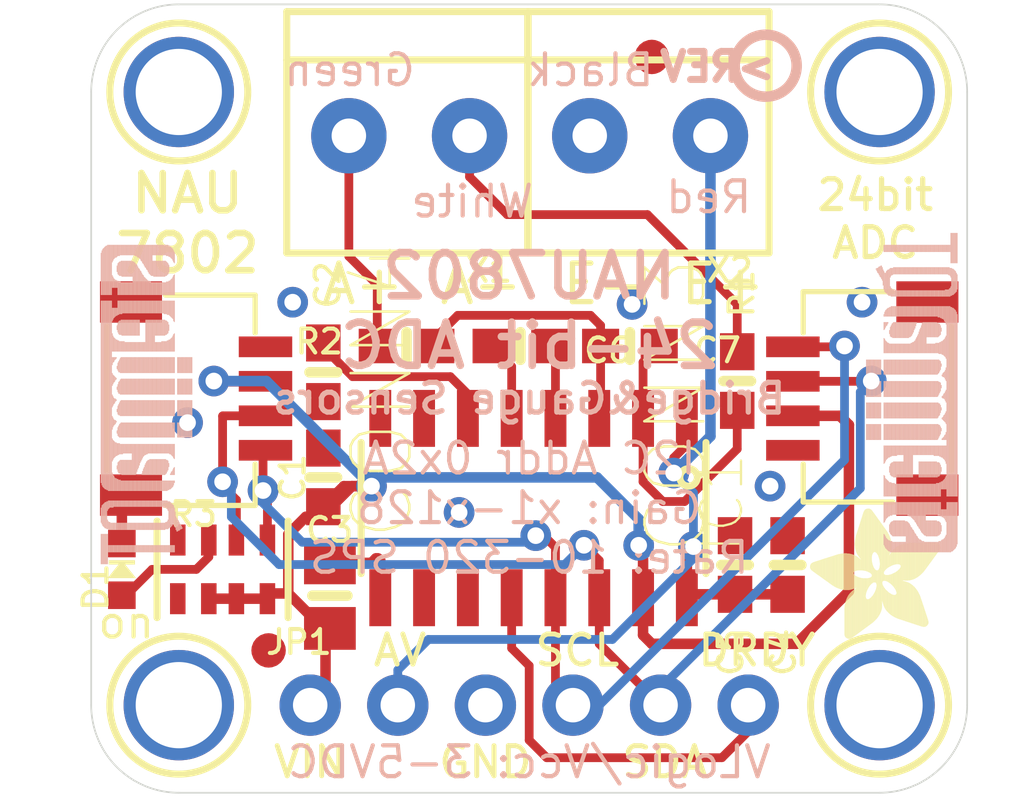
<source format=kicad_pcb>
(kicad_pcb (version 20211014) (generator pcbnew)
  (layers (0 "F.Cu" signal) (31 "B.Cu" signal) (34 "B.Paste" user) (35 "F.Paste" user) (36 "B.SilkS" user "B.Silkscreen") (37 "F.SilkS" user "F.Silkscreen") (38 "B.Mask" user) (39 "F.Mask" user) (44 "Edge.Cuts" user))
  (net 0 "")
  (net 1 "GND")
  (net 2 "SDA")
  (net 3 "SCL")
  (net 4 "VCC")
  (net 5 "N$1")
  (net 6 "AVDD")
  (net 7 "DRDY")
  (net 8 "N$2")
  (net 9 "N$3")
  (net 10 "N$4")
  (net 11 "N$5")
  (net 12 "N$6")
  (net 13 "A-")
  (net 14 "A+")
  (footprint "boardEagle:0603-NO" (layer "F.Cu") (at 148.247099 103.4796)
    (fp_text reference "C6" (at 1.778 0.127) (layer "F.SilkS") (effects (font (size 0.692831 0.692831) (thickness 0.119969)) (justify left)))
    (fp_text value "470pF")
    (pad "1" smd rect (at -0.85 0) (size 1.075 1) (layers "F.Cu" "F.Paste" "F.Mask") (net 10 "N$4"))
    (pad "2" smd rect (at 0.85 0) (size 1.075 1) (layers "F.Cu" "F.Paste" "F.Mask") (net 9 "N$3"))
  )
  (footprint "boardEagle:MOUNTINGHOLE_2.5_PLATED" (layer "F.Cu") (at 138.341099 113.8936)
    (fp_text reference "U$19" hide)
    (fp_text value "MOUNTINGHOLE2.5" hide)
    (pad "P$1" thru_hole circle (at 0 0) (size 3.2 3.2) (drill 2.5) (layers *.Cu *.Mask))
  )
  (footprint "boardEagle:1X06_ROUND_70" (layer "F.Cu") (at 148.501099 113.8936)
    (fp_text reference "JP1" (at -7.6962 -1.8288) (layer "F.SilkS") (effects (font (size 0.692831 0.692831) (thickness 0.119969)) (justify left)))
    (fp_text value "")
    (pad "1" thru_hole circle (at -6.35 0 90) (size 1.778 1.778) (drill 1) (layers *.Cu *.Mask) (net 4 "VCC"))
    (pad "2" thru_hole circle (at -3.81 0 90) (size 1.778 1.778) (drill 1) (layers *.Cu *.Mask) (net 6 "AVDD"))
    (pad "3" thru_hole circle (at -1.27 0 90) (size 1.778 1.778) (drill 1) (layers *.Cu *.Mask) (net 1 "GND"))
    (pad "4" thru_hole circle (at 1.27 0 90) (size 1.778 1.778) (drill 1) (layers *.Cu *.Mask) (net 3 "SCL"))
    (pad "5" thru_hole circle (at 3.81 0 90) (size 1.778 1.778) (drill 1) (layers *.Cu *.Mask) (net 2 "SDA"))
    (pad "6" thru_hole circle (at 6.35 0 90) (size 1.778 1.778) (drill 1) (layers *.Cu *.Mask) (net 7 "DRDY"))
  )
  (footprint "boardEagle:ADAFRUIT_3.5MM" (layer "F.Cu") (at 160.439099 111.9886 90)
    (fp_text reference "U$22" hide)
    (fp_text value "" hide)
  )
  (footprint "boardEagle:FIDUCIAL_1MM" (layer "F.Cu") (at 140.944599 112.3061)
    (fp_text reference "FID3" hide)
    (fp_text value "FIDUCIAL_1MM" hide)
    (pad "1" smd roundrect (at 0 0) (size 1 1) (layers "F.Cu" "F.Mask") (roundrect_rratio 0.5))
  )
  (footprint "boardEagle:JST_SH4" (layer "F.Cu") (at 158.661099 105.0036 90)
    (fp_text reference "CONN3" (at -4.6 -5.9 90) (layer "F.SilkS") (effects (font (size 1.703222 1.703222) (thickness 0.074778)) (justify left)))
    (fp_text value "STEMMA_I2C_QT" hide)
    (pad "1" smd rect (at -1.5 -2.514 180) (size 1.55 0.6) (layers "F.Cu" "F.Paste" "F.Mask") (net 1 "GND"))
    (pad "2" smd rect (at -0.5 -2.514 180) (size 1.55 0.6) (layers "F.Cu" "F.Paste" "F.Mask") (net 4 "VCC"))
    (pad "3" smd rect (at 0.5 -2.514 180) (size 1.55 0.6) (layers "F.Cu" "F.Paste" "F.Mask") (net 2 "SDA"))
    (pad "4" smd rect (at 1.5 -2.514 180) (size 1.55 0.6) (layers "F.Cu" "F.Paste" "F.Mask") (net 3 "SCL"))
    (pad "MT1" smd rect (at -2.8 1.386 180) (size 1.8 1.2) (layers "F.Cu" "F.Paste" "F.Mask") (net 1 "GND"))
    (pad "MT2" smd rect (at 2.8 1.386 180) (size 1.8 1.2) (layers "F.Cu" "F.Paste" "F.Mask") (net 1 "GND"))
  )
  (footprint "boardEagle:CHIPLED_0603_NOOUTLINE" (layer "F.Cu") (at 136.690099 109.9566)
    (fp_text reference "D1" (at -0.762 1.27 90) (layer "F.SilkS") (effects (font (size 0.692831 0.692831) (thickness 0.119969)) (justify left)))
    (fp_text value "GREEN")
    (pad "A" smd rect (at 0 0.75) (size 0.8 0.8) (layers "F.Cu" "F.Paste" "F.Mask") (net 5 "N$1"))
    (pad "C" smd rect (at 0 -0.75) (size 0.8 0.8) (layers "F.Cu" "F.Paste" "F.Mask") (net 1 "GND"))
  )
  (footprint "boardEagle:0603-NO" (layer "F.Cu") (at 142.532099 104.2416 90)
    (fp_text reference "C2" (at 1.778 0.127 90) (layer "F.SilkS") (effects (font (size 0.692831 0.692831) (thickness 0.119969)) (justify left)))
    (fp_text value "0.1uF")
    (pad "1" smd rect (at -0.85 0 90) (size 1.075 1) (layers "F.Cu" "F.Paste" "F.Mask") (net 1 "GND"))
    (pad "2" smd rect (at 0.85 0 90) (size 1.075 1) (layers "F.Cu" "F.Paste" "F.Mask") (net 8 "N$2"))
  )
  (footprint "boardEagle:0603-NO" (layer "F.Cu") (at 154.470099 109.8296 -90)
    (fp_text reference "C5" (at 1.778 0.127 90) (layer "F.SilkS") (effects (font (size 0.692831 0.692831) (thickness 0.119969)) (justify right)))
    (fp_text value "1uF")
    (pad "1" smd rect (at -0.85 0 270) (size 1.075 1) (layers "F.Cu" "F.Paste" "F.Mask") (net 1 "GND"))
    (pad "2" smd rect (at 0.85 0 270) (size 1.075 1) (layers "F.Cu" "F.Paste" "F.Mask") (net 6 "AVDD"))
  )
  (footprint "boardEagle:FIDUCIAL_1MM" (layer "F.Cu") (at 152.057099 95.0976)
    (fp_text reference "FID4" hide)
    (fp_text value "FIDUCIAL_1MM" hide)
    (pad "1" smd roundrect (at 0 0) (size 1 1) (layers "F.Cu" "F.Mask") (roundrect_rratio 0.5))
  )
  (footprint "boardEagle:MOUNTINGHOLE_2.5_PLATED" (layer "F.Cu") (at 158.661099 113.8936)
    (fp_text reference "U$21" hide)
    (fp_text value "MOUNTINGHOLE2.5" hide)
    (pad "P$1" thru_hole circle (at 0 0) (size 3.2 3.2) (drill 2.5) (layers *.Cu *.Mask))
  )
  (footprint "boardEagle:TERMBLOCK_1X2-3.5MM" (layer "F.Cu") (at 145.072099 97.3836 180)
    (fp_text reference "X1" (at -3 -3.89) (layer "F.SilkS") (effects (font (size 0.692831 0.692831) (thickness 0.119969)) (justify right)))
    (fp_text value "3.5mm")
    (pad "1" thru_hole circle (at 1.8 0 180) (size 2.1844 2.1844) (drill 1) (layers *.Cu *.Mask) (net 14 "A+"))
    (pad "2" thru_hole circle (at -1.7 0 180) (size 2.1844 2.1844) (drill 1) (layers *.Cu *.Mask) (net 13 "A-"))
  )
  (footprint "boardEagle:RESPACK_4X0603" (layer "F.Cu") (at 139.611099 109.9566)
    (fp_text reference "R3" (at -1.6 -1.6) (layer "F.SilkS") (effects (font (size 0.692831 0.692831) (thickness 0.119969)) (justify left)))
    (fp_text value "10K")
    (pad "1" smd rect (at -1.3 0.85) (size 0.45 0.9) (layers "F.Cu" "F.Paste" "F.Mask"))
    (pad "2" smd rect (at -0.4 0.85) (size 0.45 0.9) (layers "F.Cu" "F.Paste" "F.Mask") (net 4 "VCC"))
    (pad "3" smd rect (at 0.4 0.85) (size 0.45 0.9) (layers "F.Cu" "F.Paste" "F.Mask") (net 4 "VCC"))
    (pad "4" smd rect (at 1.3 0.85) (size 0.45 0.9) (layers "F.Cu" "F.Paste" "F.Mask") (net 4 "VCC"))
    (pad "5" smd rect (at 1.3 -0.85) (size 0.45 0.9) (layers "F.Cu" "F.Paste" "F.Mask") (net 3 "SCL"))
    (pad "6" smd rect (at 0.4 -0.85) (size 0.45 0.9) (layers "F.Cu" "F.Paste" "F.Mask") (net 2 "SDA"))
    (pad "7" smd rect (at -0.4 -0.85) (size 0.45 0.9) (layers "F.Cu" "F.Paste" "F.Mask") (net 5 "N$1"))
    (pad "8" smd rect (at -1.3 -0.85) (size 0.45 0.9) (layers "F.Cu" "F.Paste" "F.Mask"))
  )
  (footprint "boardEagle:SOIC16_NARROW" (layer "F.Cu") (at 148.628099 108.4326 180)
    (fp_text reference "IC1" (at -5.461 1.905 90) (layer "F.SilkS") (effects (font (size 1.20335 1.20335) (thickness 0.06665)) (justify right)))
    (fp_text value "NAU7802")
    (pad "1" smd rect (at -4.445 2.854 180) (size 0.635 1.651) (layers "F.Cu" "F.Paste" "F.Mask") (net 6 "AVDD"))
    (pad "2" smd rect (at -3.175 2.854 180) (size 0.635 1.651) (layers "F.Cu" "F.Paste" "F.Mask") (net 12 "N$6"))
    (pad "3" smd rect (at -1.905 2.854 180) (size 0.635 1.651) (layers "F.Cu" "F.Paste" "F.Mask") (net 11 "N$5"))
    (pad "4" smd rect (at -0.635 2.854 180) (size 0.635 1.651) (layers "F.Cu" "F.Paste" "F.Mask") (net 9 "N$3"))
    (pad "5" smd rect (at 0.635 2.854 180) (size 0.635 1.651) (layers "F.Cu" "F.Paste" "F.Mask") (net 10 "N$4"))
    (pad "6" smd rect (at 1.905 2.854 180) (size 0.635 1.651) (layers "F.Cu" "F.Paste" "F.Mask") (net 8 "N$2"))
    (pad "7" smd rect (at 3.175 2.854 180) (size 0.635 1.651) (layers "F.Cu" "F.Paste" "F.Mask") (net 1 "GND"))
    (pad "8" smd rect (at 4.445 2.854 180) (size 0.635 1.651) (layers "F.Cu" "F.Paste" "F.Mask") (net 1 "GND"))
    (pad "9" smd rect (at 4.445 -2.346 180) (size 0.635 1.651) (layers "F.Cu" "F.Paste" "F.Mask") (net 1 "GND"))
    (pad "10" smd rect (at 3.175 -2.346 180) (size 0.635 1.651) (layers "F.Cu" "F.Paste" "F.Mask"))
    (pad "11" smd rect (at 1.905 -2.346 180) (size 0.635 1.651) (layers "F.Cu" "F.Paste" "F.Mask"))
    (pad "12" smd rect (at 0.635 -2.346 180) (size 0.635 1.651) (layers "F.Cu" "F.Paste" "F.Mask") (net 7 "DRDY"))
    (pad "13" smd rect (at -0.635 -2.346 180) (size 0.635 1.651) (layers "F.Cu" "F.Paste" "F.Mask") (net 3 "SCL"))
    (pad "14" smd rect (at -1.905 -2.346 180) (size 0.635 1.651) (layers "F.Cu" "F.Paste" "F.Mask") (net 2 "SDA"))
    (pad "15" smd rect (at -3.175 -2.346 180) (size 0.635 1.651) (layers "F.Cu" "F.Paste" "F.Mask") (net 4 "VCC"))
    (pad "16" smd rect (at -4.445 -2.346 180) (size 0.635 1.651) (layers "F.Cu" "F.Paste" "F.Mask") (net 6 "AVDD"))
  )
  (footprint "boardEagle:TERMBLOCK_1X2-3.5MM" (layer "F.Cu") (at 152.057099 97.3836 180)
    (fp_text reference "X2" (at -3 -3.89) (layer "F.SilkS") (effects (font (size 0.692831 0.692831) (thickness 0.119969)) (justify right)))
    (fp_text value "3.5mm")
    (pad "1" thru_hole circle (at 1.8 0 180) (size 2.1844 2.1844) (drill 1) (layers *.Cu *.Mask) (net 1 "GND"))
    (pad "2" thru_hole circle (at -1.7 0 180) (size 2.1844 2.1844) (drill 1) (layers *.Cu *.Mask) (net 6 "AVDD"))
  )
  (footprint "boardEagle:0603-NO" (layer "F.Cu") (at 154.533599 104.4956 90)
    (fp_text reference "R1" (at 1.778 0.127 90) (layer "F.SilkS") (effects (font (size 0.692831 0.692831) (thickness 0.119969)) (justify left)))
    (fp_text value "51")
    (pad "1" smd rect (at -0.85 0 90) (size 1.075 1) (layers "F.Cu" "F.Paste" "F.Mask") (net 12 "N$6"))
    (pad "2" smd rect (at 0.85 0 90) (size 1.075 1) (layers "F.Cu" "F.Paste" "F.Mask") (net 13 "A-"))
  )
  (footprint "boardEagle:JST_SH4" (layer "F.Cu") (at 138.341099 105.0036 -90)
    (fp_text reference "CONN4" (at -4.6 -5.9 90) (layer "F.SilkS") (effects (font (size 1.703222 1.703222) (thickness 0.074778)) (justify right)))
    (fp_text value "STEMMA_I2C_QT" hide)
    (pad "1" smd rect (at -1.5 -2.514) (size 1.55 0.6) (layers "F.Cu" "F.Paste" "F.Mask") (net 1 "GND"))
    (pad "2" smd rect (at -0.5 -2.514) (size 1.55 0.6) (layers "F.Cu" "F.Paste" "F.Mask") (net 4 "VCC"))
    (pad "3" smd rect (at 0.5 -2.514) (size 1.55 0.6) (layers "F.Cu" "F.Paste" "F.Mask") (net 2 "SDA"))
    (pad "4" smd rect (at 1.5 -2.514) (size 1.55 0.6) (layers "F.Cu" "F.Paste" "F.Mask") (net 3 "SCL"))
    (pad "MT1" smd rect (at -2.8 1.386) (size 1.8 1.2) (layers "F.Cu" "F.Paste" "F.Mask") (net 1 "GND"))
    (pad "MT2" smd rect (at 2.8 1.386) (size 1.8 1.2) (layers "F.Cu" "F.Paste" "F.Mask") (net 1 "GND"))
  )
  (footprint "boardEagle:0805-NO" (layer "F.Cu") (at 142.722599 110.7186 90)
    (fp_text reference "C3" (at 1.905 -0.762) (layer "F.SilkS") (effects (font (size 0.692831 0.692831) (thickness 0.119969)) (justify left)))
    (fp_text value "10uF")
    (pad "1" smd rect (at -0.95 0 90) (size 1.24 1.5) (layers "F.Cu" "F.Paste" "F.Mask") (net 4 "VCC"))
    (pad "2" smd rect (at 0.95 0 90) (size 1.24 1.5) (layers "F.Cu" "F.Paste" "F.Mask") (net 1 "GND"))
  )
  (footprint "boardEagle:0603-NO" (layer "F.Cu") (at 155.994099 109.8296 -90)
    (fp_text reference "C4" (at 1.778 0.127 90) (layer "F.SilkS") (effects (font (size 0.692831 0.692831) (thickness 0.119969)) (justify right)))
    (fp_text value "0.1uF")
    (pad "1" smd rect (at -0.85 0 270) (size 1.075 1) (layers "F.Cu" "F.Paste" "F.Mask") (net 1 "GND"))
    (pad "2" smd rect (at 0.85 0 270) (size 1.075 1) (layers "F.Cu" "F.Paste" "F.Mask") (net 6 "AVDD"))
  )
  (footprint "boardEagle:0603-NO" (layer "F.Cu") (at 144.945099 103.4796 180)
    (fp_text reference "R2" (at 1.778 0.127) (layer "F.SilkS") (effects (font (size 0.692831 0.692831) (thickness 0.119969)) (justify right)))
    (fp_text value "51")
    (pad "1" smd rect (at -0.85 0 180) (size 1.075 1) (layers "F.Cu" "F.Paste" "F.Mask") (net 11 "N$5"))
    (pad "2" smd rect (at 0.85 0 180) (size 1.075 1) (layers "F.Cu" "F.Paste" "F.Mask") (net 14 "A+"))
  )
  (footprint "boardEagle:0603-NO" (layer "F.Cu") (at 142.532099 107.2896 90)
    (fp_text reference "C1" (at -0.762 -0.889 90) (layer "F.SilkS") (effects (font (size 0.692831 0.692831) (thickness 0.119969)) (justify left)))
    (fp_text value "0.1uF")
    (pad "1" smd rect (at -0.85 0 90) (size 1.075 1) (layers "F.Cu" "F.Paste" "F.Mask") (net 4 "VCC"))
    (pad "2" smd rect (at 0.85 0 90) (size 1.075 1) (layers "F.Cu" "F.Paste" "F.Mask") (net 1 "GND"))
  )
  (footprint "boardEagle:0603-NO" (layer "F.Cu") (at 151.422099 103.4796)
    (fp_text reference "C7" (at 1.778 0.127) (layer "F.SilkS") (effects (font (size 0.692831 0.692831) (thickness 0.119969)) (justify left)))
    (fp_text value "0.1uF")
    (pad "1" smd rect (at -0.85 0) (size 1.075 1) (layers "F.Cu" "F.Paste" "F.Mask") (net 11 "N$5"))
    (pad "2" smd rect (at 0.85 0) (size 1.075 1) (layers "F.Cu" "F.Paste" "F.Mask") (net 12 "N$6"))
  )
  (footprint "boardEagle:MOUNTINGHOLE_2.5_PLATED" (layer "F.Cu") (at 158.661099 96.1136)
    (fp_text reference "U$17" hide)
    (fp_text value "MOUNTINGHOLE2.5" hide)
    (pad "P$1" thru_hole circle (at 0 0) (size 3.2 3.2) (drill 2.5) (layers *.Cu *.Mask))
  )
  (footprint "boardEagle:MOUNTINGHOLE_2.5_PLATED" (layer "F.Cu") (at 138.341099 96.1136)
    (fp_text reference "U$1" hide)
    (fp_text value "MOUNTINGHOLE2.5" hide)
    (pad "P$1" thru_hole circle (at 0 0) (size 3.2 3.2) (drill 2.5) (layers *.Cu *.Mask))
  )
  (footprint "boardEagle:STEMMAQT" (layer "B.Cu") (at 158.280099 109.4486 90)
    (fp_text reference "U$30" hide)
    (fp_text value "" hide)
  )
  (footprint "boardEagle:PCBFEAT-REV-040" (layer "B.Cu") (at 155.359099 95.3516 180)
    (fp_text reference "U$25" hide)
    (fp_text value "" hide)
    (fp_text user ">REV" (at -0.3556 -0.508) (layer "B.SilkS") (effects (font (size 0.8128 0.8128) (thickness 0.2032)) (justify left bottom mirror)))
  )
  (footprint "boardEagle:STEMMAQT" (layer "B.Cu") (at 138.722099 100.5586 -90)
    (fp_text reference "U$31" hide)
    (fp_text value "" hide)
  )
  (gr_arc (start 158.661099 93.5736) (mid 160.45715 94.317549) (end 161.201099 96.1136) (layer "Edge.Cuts") (width 0.05))
  (gr_arc (start 138.3411 116.433599) (mid 136.545048 115.689651) (end 135.801099 113.8936) (layer "Edge.Cuts") (width 0.05))
  (gr_arc (start 135.801099 96.1136) (mid 136.545048 94.317549) (end 138.341099 93.5736) (layer "Edge.Cuts") (width 0.05))
  (gr_arc (start 161.2011 113.893599) (mid 160.457151 115.689651) (end 158.661099 116.4336) (layer "Edge.Cuts") (width 0.05))
  (gr_line (start 135.801099 96.1136) (end 135.801099 113.8936) (layer "Edge.Cuts") (width 0.05))
  (gr_line (start 138.341099 116.4336) (end 158.661099 116.4336) (layer "Edge.Cuts") (width 0.05))
  (gr_line (start 158.661099 93.5736) (end 138.341099 93.5736) (layer "Edge.Cuts") (width 0.05))
  (gr_line (start 161.201099 113.8936) (end 161.201099 96.1136) (layer "Edge.Cuts") (width 0.05))
  (gr_text "Green" (at 143.294099 95.4786) (layer "B.SilkS") (effects (font (size 0.89408 0.89408) (thickness 0.12192)) (justify mirror)))
  (gr_text "Bridge&Gauge Sensors" (at 148.501099 105.0036) (layer "B.SilkS") (effects (font (size 0.8636 0.8636) (thickness 0.1524)) (justify mirror)))
  (gr_text "NAU7802\n24-bit ADC" (at 148.501099 102.4636) (layer "B.SilkS") (effects (font (size 1.25222 1.25222) (thickness 0.22098)) (justify mirror)))
  (gr_text "I2C Addr 0x2A\nGain: x1-x128\nRate: 10-320 SPS" (at 148.501099 108.1786) (layer "B.SilkS") (effects (font (size 0.89408 0.89408) (thickness 0.12192)) (justify mirror)))
  (gr_text "Red" (at 153.708099 99.1616) (layer "B.SilkS") (effects (font (size 0.89408 0.89408) (thickness 0.12192)) (justify mirror)))
  (gr_text "VLogic/Vcc: 3-5VDC" (at 148.501099 115.5446) (layer "B.SilkS") (effects (font (size 0.89408 0.89408) (thickness 0.12192)) (justify mirror)))
  (gr_text "Black" (at 150.279099 95.4786) (layer "B.SilkS") (effects (font (size 0.89408 0.89408) (thickness 0.12192)) (justify mirror)))
  (gr_text "White" (at 146.850099 99.2886) (layer "B.SilkS") (effects (font (size 0.89408 0.89408) (thickness 0.12192)) (justify mirror)))
  (gr_text "SCL" (at 149.898099 112.3061) (layer "F.SilkS") (effects (font (size 0.87376 0.87376) (thickness 0.14224))))
  (gr_text "24bit\nADC" (at 158.534099 99.7966) (layer "F.SilkS") (effects (font (size 0.8636 0.8636) (thickness 0.1524))))
  (gr_text "E-" (at 149.390099 102.3366) (layer "F.SilkS") (effects (font (size 1.1176 1.1176) (thickness 0.1524)) (justify left bottom)))
  (gr_text "on" (at 137.706099 110.9726) (layer "F.SilkS") (effects (font (size 0.89408 0.89408) (thickness 0.12192)) (justify right top)))
  (gr_text "VIN" (at 142.151099 115.5446) (layer "F.SilkS") (effects (font (size 0.87376 0.87376) (thickness 0.14224))))
  (gr_text "DRDY" (at 155.105099 112.3061) (layer "F.SilkS") (effects (font (size 0.87376 0.87376) (thickness 0.14224))))
  (gr_text "A+" (at 142.405099 102.3366) (layer "F.SilkS") (effects (font (size 1.1176 1.1176) (thickness 0.1524)) (justify left bottom)))
  (gr_text "NAU\n7802" (at 138.595099 99.9236) (layer "F.SilkS") (effects (font (size 1.0795 1.0795) (thickness 0.1905))))
  (gr_text "AV" (at 144.754599 112.3061) (layer "F.SilkS") (effects (font (size 0.87376 0.87376) (thickness 0.14224))))
  (gr_text "GND" (at 147.231099 115.5446) (layer "F.SilkS") (effects (font (size 0.87376 0.87376) (thickness 0.14224))))
  (gr_text "E+" (at 152.819099 102.3366) (layer "F.SilkS") (effects (font (size 1.1176 1.1176) (thickness 0.1524)) (justify left bottom)))
  (gr_text "SDA" (at 152.438099 115.5446) (layer "F.SilkS") (effects (font (size 0.87376 0.87376) (thickness 0.14224))))
  (gr_text "A-" (at 145.834099 102.3366) (layer "F.SilkS") (effects (font (size 1.1176 1.1176) (thickness 0.1524)) (justify left bottom)))
  (segment (start 136.690099 108.0686) (end 136.955099 107.8036) (width 0.3048) (layer "F.Cu") (net 1))
  (segment (start 144.056099 109.6391) (end 144.119599 109.6391) (width 0.3048) (layer "F.Cu") (net 1))
  (segment (start 136.690099 109.2066) (end 136.690099 108.0686) (width 0.3048) (layer "F.Cu") (net 1))
  (segment (start 143.926599 109.7686) (end 144.056099 109.6391) (width 0.3048) (layer "F.Cu") (net 1))
  (segment (start 144.183099 109.7026) (end 144.183099 110.7786) (width 0.3048) (layer "F.Cu") (net 1))
  (segment (start 144.119599 109.6391) (end 144.183099 109.7026) (width 0.3048) (layer "F.Cu") (net 1))
  (segment (start 142.722599 109.7686) (end 143.926599 109.7686) (width 0.3048) (layer "F.Cu") (net 1))
  (via (at 138.595099 105.7021) (size 0.889) (drill 0.4826) (layers "F.Cu" "B.Cu") (net 1))
  (via (at 146.469099 108.3056) (size 0.889) (drill 0.4826) (layers "F.Cu" "B.Cu") (net 1))
  (via (at 151.485599 102.2731) (size 0.889) (drill 0.4826) (layers "F.Cu" "B.Cu") (net 1))
  (via (at 158.153099 102.2096) (size 0.889) (drill 0.4826) (layers "F.Cu" "B.Cu") (net 1))
  (via (at 155.486099 107.5436) (size 0.889) (drill 0.4826) (layers "F.Cu" "B.Cu") (net 1))
  (via (at 141.643099 102.2096) (size 0.889) (drill 0.4826) (layers "F.Cu" "B.Cu") (net 1))
  (segment (start 140.011099 107.9436) (end 139.611099 107.5436) (width 0.254) (layer "F.Cu") (net 2))
  (segment (start 150.533099 110.7786) (end 150.533099 109.6991) (width 0.254) (layer "F.Cu") (net 2))
  (segment (start 158.411799 104.5036) (end 158.419799 104.4956) (width 0.254) (layer "F.Cu") (net 2))
  (segment (start 150.533099 109.6991) (end 150.092099 109.2581) (width 0.254) (layer "F.Cu") (net 2))
  (segment (start 139.611099 105.5116) (end 139.611099 107.4166) (width 0.254) (layer "F.Cu") (net 2))
  (segment (start 139.619099 105.5036) (end 140.855099 105.5036) (width 0.254) (layer "F.Cu") (net 2))
  (segment (start 150.533099 112.1156) (end 152.311099 113.8936) (width 0.254) (layer "F.Cu") (net 2))
  (segment (start 139.611099 107.5436) (end 139.611099 107.4166) (width 0.254) (layer "F.Cu") (net 2))
  (segment (start 150.533099 110.7786) (end 150.533099 112.1156) (width 0.254) (layer "F.Cu") (net 2))
  (segment (start 139.619099 105.5036) (end 139.611099 105.5116) (width 0.254) (layer "F.Cu") (net 2))
  (segment (start 156.147099 104.5036) (end 158.411799 104.5036) (width 0.254) (layer "F.Cu") (net 2))
  (segment (start 140.011099 109.1066) (end 140.011099 107.9436) (width 0.254) (layer "F.Cu") (net 2))
  (segment (start 150.088599 109.2581) (end 150.092099 109.2581) (width 0.254) (layer "F.Cu") (net 2))
  (via (at 158.419799 104.4956) (size 0.889) (drill 0.4826) (layers "F.Cu" "B.Cu") (net 2))
  (via (at 139.611099 107.4166) (size 0.889) (drill 0.4826) (layers "F.Cu" "B.Cu") (net 2))
  (via (at 150.088599 109.2581) (size 0.889) (drill 0.4826) (layers "F.Cu" "B.Cu") (net 2))
  (segment (start 158.419799 104.4956) (end 158.102299 104.8131) (width 0.254) (layer "B.Cu") (net 2))
  (segment (start 149.529799 109.8169) (end 150.088599 109.2581) (width 0.254) (layer "B.Cu") (net 2))
  (segment (start 139.865099 108.4326) (end 141.249399 109.8169) (width 0.254) (layer "B.Cu") (net 2))
  (segment (start 152.311099 113.397181) (end 152.311099 113.8936) (width 0.254) (layer "B.Cu") (net 2))
  (segment (start 139.611099 107.4166) (end 139.865099 107.6706) (width 0.254) (layer "B.Cu") (net 2))
  (segment (start 139.865099 107.6706) (end 139.865099 108.4326) (width 0.254) (layer "B.Cu") (net 2))
  (segment (start 141.249399 109.8169) (end 149.529799 109.8169) (width 0.254) (layer "B.Cu") (net 2))
  (segment (start 158.102299 104.8131) (end 158.102299 107.605982) (width 0.254) (layer "B.Cu") (net 2))
  (segment (start 158.102299 107.605982) (end 152.311099 113.397181) (width 0.254) (layer "B.Cu") (net 2))
  (segment (start 157.645099 103.4796) (end 157.621099 103.5036) (width 0.254) (layer "F.Cu") (net 3))
  (segment (start 148.691599 108.9787) (end 148.923699 108.9787) (width 0.254) (layer "F.Cu") (net 3))
  (segment (start 140.784099 107.6706) (end 140.784099 106.5746) (width 0.254) (layer "F.Cu") (net 3))
  (segment (start 140.911099 107.7976) (end 140.784099 107.6706) (width 0.254) (layer "F.Cu") (net 3))
  (segment (start 149.263099 109.3181) (end 148.923699 108.9787) (width 0.254) (layer "F.Cu") (net 3))
  (segment (start 149.263099 110.7786) (end 149.263099 113.3856) (width 0.254) (layer "F.Cu") (net 3))
  (segment (start 149.263099 113.3856) (end 149.771099 113.8936) (width 0.254) (layer "F.Cu") (net 3))
  (segment (start 157.621099 103.5036) (end 156.147099 103.5036) (width 0.254) (layer "F.Cu") (net 3))
  (segment (start 140.911099 107.7976) (end 140.911099 109.1066) (width 0.254) (layer "F.Cu") (net 3))
  (segment (start 140.784099 106.5746) (end 140.855099 106.5036) (width 0.254) (layer "F.Cu") (net 3))
  (segment (start 149.263099 110.7786) (end 149.263099 109.3181) (width 0.254) (layer "F.Cu") (net 3))
  (via (at 140.784099 107.6706) (size 0.889) (drill 0.4826) (layers "F.Cu" "B.Cu") (net 3))
  (via (at 148.691599 108.9787) (size 0.889) (drill 0.4826) (layers "F.Cu" "B.Cu") (net 3))
  (via (at 157.645099 103.4796) (size 0.889) (drill 0.4826) (layers "F.Cu" "B.Cu") (net 3))
  (segment (start 149.771099 113.8936) (end 150.533099 113.8936) (width 0.254) (layer "B.Cu") (net 3))
  (segment (start 157.645099 106.7816) (end 157.645099 103.4796) (width 0.254) (layer "B.Cu") (net 3))
  (segment (start 148.501099 109.1692) (end 148.691599 108.9787) (width 0.254) (layer "B.Cu") (net 3))
  (segment (start 140.784099 107.6706) (end 140.784099 108.034194) (width 0.254) (layer "B.Cu") (net 3))
  (segment (start 141.919105 109.1692) (end 140.784099 108.034194) (width 0.254) (layer "B.Cu") (net 3))
  (segment (start 150.533099 113.8936) (end 157.645099 106.7816) (width 0.254) (layer "B.Cu") (net 3))
  (segment (start 148.501099 109.1692) (end 141.919105 109.1692) (width 0.254) (layer "B.Cu") (net 3))
  (segment (start 140.855099 104.5036) (end 139.365099 104.5036) (width 0.3048) (layer "F.Cu") (net 4))
  (segment (start 151.803099 110.7786) (end 151.803099 109.3851) (width 0.3048) (layer "F.Cu") (net 4))
  (segment (start 157.510099 105.5036) (end 157.772099 105.7656) (width 0.3048) (layer "F.Cu") (net 4))
  (segment (start 142.595599 111.7956) (end 142.595599 113.4491) (width 0.3048) (layer "F.Cu") (net 4))
  (segment (start 140.011099 110.8066) (end 140.911099 110.8066) (width 0.3048) (layer "F.Cu") (net 4))
  (segment (start 157.772099 110.5916) (end 156.248099 112.1156) (width 0.3048) (layer "F.Cu") (net 4))
  (segment (start 143.360099 107.5436) (end 142.471099 108.4326) (width 0.3048) (layer "F.Cu") (net 4))
  (segment (start 151.803099 111.8616) (end 151.803099 110.7786) (width 0.3048) (layer "F.Cu") (net 4))
  (segment (start 143.929099 107.5436) (end 143.128099 107.5436) (width 0.3048) (layer "F.Cu") (net 4))
  (segment (start 141.516099 110.6551) (end 141.516099 108.9406) (width 0.3048) (layer "F.Cu") (net 4))
  (segment (start 157.510099 105.5036) (end 156.147099 105.5036) (width 0.3048) (layer "F.Cu") (net 4))
  (segment (start 141.516099 108.9406) (end 142.024099 108.4326) (width 0.3048) (layer "F.Cu") (net 4))
  (segment (start 143.929099 107.5436) (end 143.360099 107.5436) (width 0.3048) (layer "F.Cu") (net 4))
  (segment (start 142.722599 111.6686) (end 142.626099 111.7651) (width 0.3048) (layer "F.Cu") (net 4))
  (segment (start 143.128099 107.5436) (end 142.532099 108.1396) (width 0.3048) (layer "F.Cu") (net 4))
  (segment (start 141.516099 110.6551) (end 141.062599 110.6551) (width 0.3048) (layer "F.Cu") (net 4))
  (segment (start 139.365099 104.5036) (end 139.357099 104.4956) (width 0.3048) (layer "F.Cu") (net 4))
  (segment (start 140.911099 110.8066) (end 141.062599 110.6551) (width 0.3048) (layer "F.Cu") (net 4))
  (segment (start 157.772099 105.7656) (end 157.772099 110.5916) (width 0.3048) (layer "F.Cu") (net 4))
  (segment (start 139.211099 110.8066) (end 140.011099 110.8066) (width 0.3048) (layer "F.Cu") (net 4))
  (segment (start 142.151099 113.8936) (end 142.595599 113.4491) (width 0.3048) (layer "F.Cu") (net 4))
  (segment (start 151.803099 109.3851) (end 151.676099 109.2581) (width 0.3048) (layer "F.Cu") (net 4))
  (segment (start 142.626099 111.7651) (end 141.516099 110.6551) (width 0.3048) (layer "F.Cu") (net 4))
  (segment (start 142.024099 108.4326) (end 142.471099 108.4326) (width 0.3048) (layer "F.Cu") (net 4))
  (segment (start 152.057099 112.1156) (end 151.803099 111.8616) (width 0.3048) (layer "F.Cu") (net 4))
  (segment (start 156.248099 112.1156) (end 152.057099 112.1156) (width 0.3048) (layer "F.Cu") (net 4))
  (segment (start 142.722599 111.6686) (end 142.595599 111.7956) (width 0.3048) (layer "F.Cu") (net 4))
  (via (at 151.676099 109.2581) (size 0.889) (drill 0.4826) (layers "F.Cu" "B.Cu") (net 4))
  (via (at 139.357099 104.4956) (size 0.889) (drill 0.4826) (layers "F.Cu" "B.Cu") (net 4))
  (via (at 143.929099 107.5436) (size 0.889) (drill 0.4826) (layers "F.Cu" "B.Cu") (net 4))
  (segment (start 151.676099 109.2581) (end 151.676099 108.4961) (width 0.3048) (layer "B.Cu") (net 4))
  (segment (start 150.469599 107.2896) (end 144.183099 107.2896) (width 0.3048) (layer "B.Cu") (net 4))
  (segment (start 143.929099 107.5436) (end 140.881099 104.4956) (width 0.3048) (layer "B.Cu") (net 4))
  (segment (start 139.357099 104.4956) (end 140.881099 104.4956) (width 0.3048) (layer "B.Cu") (net 4))
  (segment (start 144.183099 107.2896) (end 143.929099 107.5436) (width 0.3048) (layer "B.Cu") (net 4))
  (segment (start 151.676099 108.4961) (end 150.469599 107.2896) (width 0.3048) (layer "B.Cu") (net 4))
  (segment (start 137.567099 109.9566) (end 138.849099 109.9566) (width 0.254) (layer "F.Cu") (net 5))
  (segment (start 139.211099 109.5946) (end 139.211099 109.1066) (width 0.254) (layer "F.Cu") (net 5))
  (segment (start 138.849099 109.9566) (end 139.211099 109.5946) (width 0.254) (layer "F.Cu") (net 5))
  (segment (start 137.567099 109.9566) (end 136.817099 110.7066) (width 0.254) (layer "F.Cu") (net 5))
  (segment (start 136.690099 110.7066) (end 136.817099 110.7066) (width 0.254) (layer "F.Cu") (net 5))
  (segment (start 153.172099 110.6796) (end 153.073099 110.7786) (width 0.3048) (layer "F.Cu") (net 6))
  (segment (start 153.073099 110.7786) (end 153.073099 109.4867) (width 0.3048) (layer "F.Cu") (net 6))
  (segment (start 153.073099 106.3406) (end 153.073099 105.5786) (width 0.254) (layer "F.Cu") (net 6))
  (segment (start 154.470099 110.6796) (end 155.994099 110.6796) (width 0.3048) (layer "F.Cu") (net 6))
  (segment (start 152.692099 106.7216) (end 152.692099 107.1626) (width 0.254) (layer "F.Cu") (net 6))
  (segment (start 153.073099 106.3406) (end 152.692099 106.7216) (width 0.254) (layer "F.Cu") (net 6))
  (segment (start 154.470099 110.6796) (end 153.172099 110.6796) (width 0.3048) (layer "F.Cu") (net 6))
  (segment (start 153.073099 109.4867) (end 153.263599 109.2962) (width 0.254) (layer "F.Cu") (net 6))
  (via (at 153.263599 109.2962) (size 0.889) (drill 0.4826) (layers "F.Cu" "B.Cu") (net 6))
  (via (at 152.692099 107.1626) (size 0.889) (drill 0.4826) (layers "F.Cu" "B.Cu") (net 6))
  (segment (start 150.914099 111.9886) (end 153.263599 109.6391) (width 0.254) (layer "B.Cu") (net 6))
  (segment (start 153.263599 109.2962) (end 153.263599 109.6391) (width 0.254) (layer "B.Cu") (net 6))
  (segment (start 153.263599 107.7341) (end 153.263599 109.2962) (width 0.254) (layer "B.Cu") (net 6))
  (segment (start 153.757099 97.3836) (end 153.757099 106.0976) (width 0.3048) (layer "B.Cu") (net 6))
  (segment (start 145.580099 111.9886) (end 150.914099 111.9886) (width 0.254) (layer "B.Cu") (net 6))
  (segment (start 152.692099 107.1626) (end 153.263599 107.7341) (width 0.254) (layer "B.Cu") (net 6))
  (segment (start 153.757099 106.0976) (end 152.692099 107.1626) (width 0.3048) (layer "B.Cu") (net 6))
  (segment (start 144.691099 112.8776) (end 145.580099 111.9886) (width 0.254) (layer "B.Cu") (net 6))
  (segment (start 144.691099 113.8936) (end 144.691099 112.8776) (width 0.254) (layer "B.Cu") (net 6))
  (segment (start 148.501099 112.7506) (end 148.501099 114.9096) (width 0.254) (layer "F.Cu") (net 7))
  (segment (start 147.993099 110.7786) (end 147.993099 112.2426) (width 0.254) (layer "F.Cu") (net 7))
  (segment (start 147.993099 112.2426) (end 148.501099 112.7506) (width 0.254) (layer "F.Cu") (net 7))
  (segment (start 148.501099 114.9096) (end 149.009099 115.4176) (width 0.254) (layer "F.Cu") (net 7))
  (segment (start 149.009099 115.4176) (end 154.089099 115.4176) (width 0.254) (layer "F.Cu") (net 7))
  (segment (start 154.089099 115.4176) (end 154.851099 114.6556) (width 0.254) (layer "F.Cu") (net 7))
  (segment (start 154.851099 114.6556) (end 154.851099 113.8936) (width 0.254) (layer "F.Cu") (net 7))
  (segment (start 143.382099 104.3686) (end 146.215099 104.3686) (width 0.254) (layer "F.Cu") (net 8))
  (segment (start 146.723099 104.8766) (end 146.723099 105.5786) (width 0.254) (layer "F.Cu") (net 8))
  (segment (start 142.532099 103.3916) (end 142.532099 103.5186) (width 0.254) (layer "F.Cu") (net 8))
  (segment (start 143.382099 104.3686) (end 142.532099 103.5186) (width 0.254) (layer "F.Cu") (net 8))
  (segment (start 146.215099 104.3686) (end 146.723099 104.8766) (width 0.254) (layer "F.Cu") (net 8))
  (segment (start 149.263099 105.5786) (end 149.263099 103.6456) (width 0.254) (layer "F.Cu") (net 9))
  (segment (start 149.263099 103.6456) (end 149.097099 103.4796) (width 0.254) (layer "F.Cu") (net 9))
  (segment (start 147.993099 104.0756) (end 147.397099 103.4796) (width 0.254) (layer "F.Cu") (net 10))
  (segment (start 147.993099 105.5786) (end 147.993099 104.0756) (width 0.254) (layer "F.Cu") (net 10))
  (segment (start 146.430099 102.5906) (end 150.279099 102.5906) (width 0.254) (layer "F.Cu") (net 11))
  (segment (start 150.572099 103.4796) (end 150.572099 105.5396) (width 0.254) (layer "F.Cu") (net 11))
  (segment (start 150.572099 102.8836) (end 150.572099 103.4796) (width 0.254) (layer "F.Cu") (net 11))
  (segment (start 145.795099 103.2256) (end 146.430099 102.5906) (width 0.254) (layer "F.Cu") (net 11))
  (segment (start 145.795099 103.4796) (end 145.795099 103.2256) (width 0.254) (layer "F.Cu") (net 11))
  (segment (start 150.279099 102.5906) (end 150.572099 102.8836) (width 0.254) (layer "F.Cu") (net 11))
  (segment (start 150.572099 105.5396) (end 150.533099 105.5786) (width 0.254) (layer "F.Cu") (net 11))
  (segment (start 151.803099 107.4166) (end 152.374599 107.9881) (width 0.254) (layer "F.Cu") (net 12))
  (segment (start 154.533599 106.4641) (end 153.009599 107.9881) (width 0.254) (layer "F.Cu") (net 12))
  (segment (start 154.533599 105.3456) (end 154.533599 106.4641) (width 0.254) (layer "F.Cu") (net 12))
  (segment (start 151.803099 105.5786) (end 151.803099 107.4166) (width 0.254) (layer "F.Cu") (net 12))
  (segment (start 151.803099 105.5786) (end 151.803099 103.9486) (width 0.254) (layer "F.Cu") (net 12))
  (segment (start 151.803099 103.9486) (end 152.272099 103.4796) (width 0.254) (layer "F.Cu") (net 12))
  (segment (start 152.374599 107.9881) (end 153.009599 107.9881) (width 0.254) (layer "F.Cu") (net 12))
  (segment (start 154.533599 102.2731) (end 151.930099 99.6696) (width 0.254) (layer "F.Cu") (net 13))
  (segment (start 146.772099 98.5756) (end 146.772099 97.3836) (width 0.254) (layer "F.Cu") (net 13))
  (segment (start 151.930099 99.6696) (end 147.866099 99.6696) (width 0.254) (layer "F.Cu") (net 13))
  (segment (start 147.866099 99.6696) (end 146.772099 98.5756) (width 0.254) (layer "F.Cu") (net 13))
  (segment (start 154.533599 103.6456) (end 154.533599 102.2731) (width 0.254) (layer "F.Cu") (net 13))
  (segment (start 144.095099 101.7016) (end 143.272099 100.8786) (width 0.254) (layer "F.Cu") (net 14))
  (segment (start 143.272099 97.3836) (end 143.272099 100.8786) (width 0.254) (layer "F.Cu") (net 14))
  (segment (start 144.095099 103.4796) (end 144.095099 101.7016) (width 0.254) (layer "F.Cu") (net 14))
)
</source>
